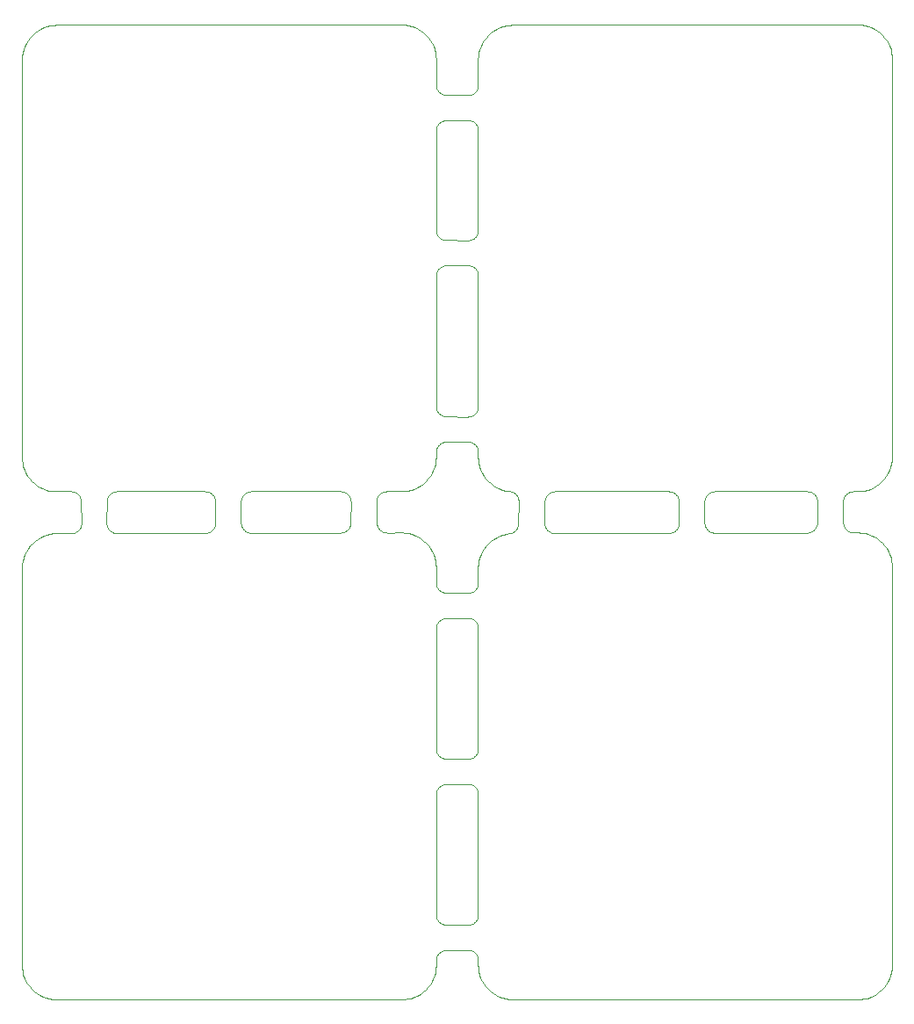
<source format=gko>
%MOIN*%
%OFA0B0*%
%FSLAX36Y36*%
%IPPOS*%
%LPD*%
%ADD10C,0*%
D10*
X002672471Y002126151D02*
X002672471Y002126151D01*
X003022346Y002126145D01*
X003025454Y002126022D01*
X003028543Y002125654D01*
X003031594Y002125043D01*
X003034586Y002124193D01*
X003037502Y002123110D01*
X003040324Y002121800D01*
X003043033Y002120271D01*
X003045613Y002118533D01*
X003048048Y002116596D01*
X003050323Y002114474D01*
X003052422Y002112178D01*
X003054334Y002109724D01*
X003056046Y002107127D01*
X003057548Y002104402D01*
X003058830Y002101568D01*
X003059884Y002098641D01*
X003060704Y002095640D01*
X003061284Y002092584D01*
X003061621Y002089491D01*
X003061713Y002086382D01*
X003060932Y002008114D01*
X003060782Y002005050D01*
X003060394Y002002007D01*
X003059769Y001999003D01*
X003058913Y001996057D01*
X003057831Y001993186D01*
X003056527Y001990409D01*
X003055012Y001987741D01*
X003053294Y001985200D01*
X003051382Y001982800D01*
X003049290Y001980556D01*
X003047029Y001978482D01*
X003044614Y001976590D01*
X003042059Y001974892D01*
X003039379Y001973398D01*
X003036591Y001972118D01*
X003033712Y001971058D01*
X003030759Y001970226D01*
X003027751Y001969626D01*
X003024704Y001969262D01*
X003021639Y001969137D01*
X002672580Y001968471D01*
X002669488Y001968587D01*
X002666414Y001968945D01*
X002663378Y001969543D01*
X002660399Y001970378D01*
X002657494Y001971444D01*
X002654682Y001972736D01*
X002651981Y001974244D01*
X002649406Y001975959D01*
X002646973Y001977872D01*
X002644698Y001979969D01*
X002642595Y001982239D01*
X002640677Y001984667D01*
X002638956Y001987238D01*
X002637441Y001989936D01*
X002636144Y001992745D01*
X002635070Y001995647D01*
X002634228Y001998625D01*
X002633623Y002001659D01*
X002633257Y002004732D01*
X002633135Y002007824D01*
X002633100Y002086764D01*
X002633220Y002089854D01*
X002633582Y002092925D01*
X002634185Y002095958D01*
X002635023Y002098934D01*
X002636092Y002101835D01*
X002637386Y002104644D01*
X002638896Y002107342D01*
X002640613Y002109914D01*
X002642527Y002112343D01*
X002644626Y002114614D01*
X002646896Y002116713D01*
X002649324Y002118628D01*
X002651895Y002120346D01*
X002654592Y002121858D01*
X002657400Y002123153D01*
X002660301Y002124223D01*
X002663278Y002125063D01*
X002666310Y002125666D01*
X002669381Y002126030D01*
X002672471Y002126151D01*
X002065648Y002126162D02*
X002065648Y002126162D01*
X002496693Y002126154D01*
X002499779Y002126033D01*
X002502846Y002125670D01*
X002505876Y002125068D01*
X002508848Y002124231D01*
X002511746Y002123163D01*
X002514551Y002121871D01*
X002517247Y002120363D01*
X002519815Y002118648D01*
X002522242Y002116738D01*
X002524511Y002114643D01*
X002526610Y002112377D01*
X002528524Y002109953D01*
X002530242Y002107386D01*
X002531753Y002104693D01*
X002533049Y002101890D01*
X002534122Y002098993D01*
X002534963Y002096022D01*
X002535570Y002092994D01*
X002535937Y002089927D01*
X002536063Y002086841D01*
X002536178Y002007563D01*
X002536061Y002004475D01*
X002535702Y002001405D01*
X002535104Y001998373D01*
X002534270Y001995397D01*
X002533205Y001992496D01*
X002531915Y001989688D01*
X002530409Y001986989D01*
X002528697Y001984417D01*
X002526787Y001981986D01*
X002524693Y001979714D01*
X002522428Y001977612D01*
X002520004Y001975694D01*
X002517437Y001973973D01*
X002514744Y001972458D01*
X002511939Y001971159D01*
X002509042Y001970085D01*
X002506069Y001969240D01*
X002503039Y001968632D01*
X002499971Y001968263D01*
X002496883Y001968136D01*
X002064714Y001967311D01*
X002061597Y001967428D01*
X002058498Y001967793D01*
X002055438Y001968401D01*
X002052436Y001969250D01*
X002049511Y001970333D01*
X002046680Y001971646D01*
X002043962Y001973178D01*
X002041374Y001974920D01*
X002038933Y001976862D01*
X002036652Y001978991D01*
X002034548Y001981294D01*
X002032632Y001983756D01*
X002030917Y001986363D01*
X002029414Y001989097D01*
X002028133Y001991941D01*
X002027080Y001994878D01*
X002026263Y001997889D01*
X002025688Y002000955D01*
X002025357Y002004058D01*
X002025272Y002007176D01*
X002026280Y002087287D01*
X002026438Y002090350D01*
X002026834Y002093391D01*
X002027466Y002096392D01*
X002028329Y002099334D01*
X002029418Y002102201D01*
X002030727Y002104974D01*
X002032248Y002107637D01*
X002033972Y002110173D01*
X002035888Y002112568D01*
X002037985Y002114806D01*
X002040249Y002116874D01*
X002042667Y002118759D01*
X002045225Y002120451D01*
X002047907Y002121938D01*
X002050696Y002123212D01*
X002053576Y002124266D01*
X002056530Y002125092D01*
X002059538Y002125685D01*
X002062584Y002126043D01*
X002065648Y002126162D01*
X000912311Y001968417D02*
X000912311Y001968417D01*
X000909218Y001968533D01*
X000906143Y001968892D01*
X000903106Y001969491D01*
X000900126Y001970326D01*
X000897220Y001971393D01*
X000894407Y001972685D01*
X000891705Y001974195D01*
X000889129Y001975911D01*
X000886696Y001977825D01*
X000884421Y001979924D01*
X000882318Y001982196D01*
X000880400Y001984625D01*
X000878679Y001987198D01*
X000877165Y001989898D01*
X000875868Y001992708D01*
X000874796Y001995612D01*
X000873955Y001998591D01*
X000873351Y002001627D01*
X000872987Y002004701D01*
X000872866Y002007794D01*
X000872879Y002086788D01*
X000873001Y002089876D01*
X000873365Y002092946D01*
X000873968Y002095978D01*
X000874807Y002098952D01*
X000875878Y002101852D01*
X000877172Y002104659D01*
X000878683Y002107356D01*
X000880400Y002109926D01*
X000882314Y002112353D01*
X000884413Y002114623D01*
X000886683Y002116721D01*
X000889110Y002118634D01*
X000891680Y002120351D01*
X000894378Y002121861D01*
X000897185Y002123155D01*
X000900085Y002124225D01*
X000903060Y002125064D01*
X000906091Y002125667D01*
X000909161Y002126030D01*
X000912250Y002126151D01*
X001250693Y002126145D01*
X001253800Y002126022D01*
X001256887Y002125655D01*
X001259936Y002125045D01*
X001262927Y002124196D01*
X001265842Y002123114D01*
X001268662Y002121805D01*
X001271370Y002120278D01*
X001273950Y002118541D01*
X001276384Y002116607D01*
X001278658Y002114486D01*
X001280758Y002112193D01*
X001282670Y002109741D01*
X001284382Y002107146D01*
X001285885Y002104424D01*
X001287168Y002101592D01*
X001288223Y002098667D01*
X001289045Y002095668D01*
X001289627Y002092614D01*
X001289966Y002089523D01*
X001290061Y002086416D01*
X001289345Y002008072D01*
X001289197Y002005006D01*
X001288811Y002001961D01*
X001288189Y001998955D01*
X001287334Y001996007D01*
X001286253Y001993134D01*
X001284951Y001990354D01*
X001283436Y001987685D01*
X001281718Y001985141D01*
X001279807Y001982739D01*
X001277715Y001980493D01*
X001275454Y001978417D01*
X001273038Y001976523D01*
X001270482Y001974823D01*
X001267801Y001973328D01*
X001265012Y001972046D01*
X001262131Y001970985D01*
X001259177Y001970152D01*
X001256167Y001969552D01*
X001253119Y001969188D01*
X001250052Y001969062D01*
X000912311Y001968417D01*
X000402035Y001967444D02*
X000402035Y001967444D01*
X000398920Y001967561D01*
X000395825Y001967924D01*
X000392768Y001968532D01*
X000389769Y001969379D01*
X000386846Y001970460D01*
X000384018Y001971770D01*
X000381302Y001973299D01*
X000378716Y001975038D01*
X000376275Y001976976D01*
X000373995Y001979101D01*
X000371891Y001981400D01*
X000369975Y001983858D01*
X000368259Y001986460D01*
X000366755Y001989189D01*
X000365471Y001992029D01*
X000364416Y001994962D01*
X000363596Y001997968D01*
X000363017Y002001031D01*
X000362681Y002004129D01*
X000362592Y002007245D01*
X000363467Y002087221D01*
X000363621Y002090287D01*
X000364012Y002093332D01*
X000364640Y002096337D01*
X000365500Y002099284D01*
X000366587Y002102155D01*
X000367894Y002104933D01*
X000369414Y002107600D01*
X000371137Y002110141D01*
X000373052Y002112539D01*
X000375149Y002114782D01*
X000377414Y002116854D01*
X000379834Y002118743D01*
X000382393Y002120438D01*
X000385077Y002121928D01*
X000387869Y002123205D01*
X000390752Y002124260D01*
X000393708Y002125088D01*
X000396719Y002125683D01*
X000399768Y002126041D01*
X000402836Y002126161D01*
X000736473Y002126155D01*
X000739558Y002126034D01*
X000742624Y002125671D01*
X000745652Y002125070D01*
X000748623Y002124233D01*
X000751520Y002123165D01*
X000754325Y002121874D01*
X000757019Y002120368D01*
X000759588Y002118654D01*
X000762014Y002116745D01*
X000764283Y002114652D01*
X000766381Y002112387D01*
X000768295Y002109965D01*
X000770013Y002107400D01*
X000771526Y002104708D01*
X000772822Y002101907D01*
X000773895Y002099012D01*
X000774738Y002096042D01*
X000775346Y002093015D01*
X000775715Y002089950D01*
X000775842Y002086865D01*
X000776005Y002007533D01*
X000775890Y002004444D01*
X000775533Y002001373D01*
X000774936Y001998339D01*
X000774103Y001995362D01*
X000773039Y001992459D01*
X000771750Y001989649D01*
X000770245Y001986949D01*
X000768532Y001984375D01*
X000766623Y001981943D01*
X000764529Y001979669D01*
X000762263Y001977566D01*
X000759839Y001975647D01*
X000757272Y001973924D01*
X000754577Y001972408D01*
X000751772Y001971108D01*
X000748874Y001970033D01*
X000745900Y001969188D01*
X000742869Y001968579D01*
X000739799Y001968210D01*
X000736710Y001968082D01*
X000402035Y001967444D01*
X001613441Y000345696D02*
X001613441Y000345696D01*
X001613561Y000348766D01*
X001613920Y000351817D01*
X001614515Y000354831D01*
X001615344Y000357789D01*
X001616401Y000360673D01*
X001617680Y000363467D01*
X001619172Y000366152D01*
X001620870Y000368712D01*
X001622761Y000371133D01*
X001624836Y000373398D01*
X001627081Y000375495D01*
X001629483Y000377411D01*
X001632027Y000379133D01*
X001634697Y000380652D01*
X001637478Y000381958D01*
X001640352Y000383043D01*
X001643302Y000383900D01*
X001646310Y000384525D01*
X001649357Y000384914D01*
X001652425Y000385064D01*
X001733492Y000385857D01*
X001736601Y000385765D01*
X001739693Y000385427D01*
X001742749Y000384847D01*
X001745750Y000384026D01*
X001748676Y000382972D01*
X001751510Y000381690D01*
X001754234Y000380188D01*
X001756831Y000378476D01*
X001759285Y000376564D01*
X001761580Y000374464D01*
X001763702Y000372189D01*
X001765638Y000369755D01*
X001767375Y000367175D01*
X001768904Y000364465D01*
X001770214Y000361644D01*
X001771297Y000358728D01*
X001772146Y000355736D01*
X001772757Y000352686D01*
X001773125Y000349597D01*
X001773247Y000346489D01*
X001773247Y000329507D01*
X001773870Y000316676D01*
X001775733Y000303964D01*
X001778817Y000291494D01*
X001783096Y000279380D01*
X001788527Y000267738D01*
X001795060Y000256676D01*
X001802633Y000246299D01*
X001811176Y000236704D01*
X001820608Y000227981D01*
X001830840Y000220213D01*
X001841777Y000213473D01*
X001853315Y000207823D01*
X001865346Y000203318D01*
X001877756Y000199998D01*
X001890430Y000197896D01*
X001903248Y000197031D01*
X003213248Y000197007D01*
X003226079Y000197630D01*
X003238790Y000199493D01*
X003251261Y000202578D01*
X003263375Y000206856D01*
X003275017Y000212287D01*
X003286079Y000218820D01*
X003296456Y000226393D01*
X003306051Y000234936D01*
X003314773Y000244368D01*
X003322542Y000254601D01*
X003329282Y000265537D01*
X003334932Y000277075D01*
X003339437Y000289106D01*
X003342757Y000301516D01*
X003344859Y000314191D01*
X003345724Y000327008D01*
X003345748Y001837007D01*
X003345125Y001849839D01*
X003343262Y001862551D01*
X003340177Y001875022D01*
X003335899Y001887135D01*
X003330468Y001898777D01*
X003323935Y001909839D01*
X003316362Y001920216D01*
X003307818Y001929811D01*
X003298387Y001938534D01*
X003288154Y001946302D01*
X003277218Y001953042D01*
X003265680Y001958692D01*
X003253649Y001963198D01*
X003241238Y001966517D01*
X003228564Y001968619D01*
X003215748Y001969507D01*
X003199130Y001969476D01*
X003196060Y001969590D01*
X003193009Y001969943D01*
X003189995Y001970532D01*
X003187035Y001971355D01*
X003184149Y001972406D01*
X003181353Y001973679D01*
X003178666Y001975167D01*
X003176102Y001976859D01*
X003173678Y001978745D01*
X003171409Y001980815D01*
X003169308Y001983056D01*
X003167388Y001985454D01*
X003165660Y001987994D01*
X003164136Y001990661D01*
X003162825Y001993438D01*
X003161734Y001996310D01*
X003160870Y001999257D01*
X003160239Y002002264D01*
X003159844Y002005310D01*
X003159688Y002008377D01*
X003158761Y002086303D01*
X003158847Y002089417D01*
X003159179Y002092514D01*
X003159755Y002095575D01*
X003160571Y002098581D01*
X003161622Y002101513D01*
X003162901Y002104352D01*
X003164401Y002107082D01*
X003166113Y002109685D01*
X003168024Y002112144D01*
X003170124Y002114444D01*
X003172400Y002116572D01*
X003174836Y002118512D01*
X003177418Y002120254D01*
X003180130Y002121787D01*
X003182954Y002123100D01*
X003185873Y002124186D01*
X003188869Y002125037D01*
X003191923Y002125649D01*
X003195016Y002126018D01*
X003198129Y002126141D01*
X003213248Y002126141D01*
X003226079Y002126764D01*
X003238790Y002128627D01*
X003251261Y002131712D01*
X003263375Y002135990D01*
X003275017Y002141421D01*
X003286079Y002147954D01*
X003296456Y002155527D01*
X003306051Y002164070D01*
X003314773Y002173502D01*
X003322542Y002183735D01*
X003329282Y002194671D01*
X003334932Y002206209D01*
X003339437Y002218240D01*
X003342757Y002230650D01*
X003344859Y002243324D01*
X003345724Y002256142D01*
X003345748Y003766141D01*
X003345125Y003778973D01*
X003343262Y003791685D01*
X003340177Y003804155D01*
X003335899Y003816269D01*
X003330468Y003827911D01*
X003323935Y003838973D01*
X003316362Y003849350D01*
X003307818Y003858945D01*
X003298387Y003867668D01*
X003288154Y003875436D01*
X003277218Y003882176D01*
X003265680Y003887826D01*
X003253649Y003892331D01*
X003241238Y003895651D01*
X003228564Y003897753D01*
X003215748Y003898641D01*
X001905747Y003896141D01*
X001892916Y003895519D01*
X001880204Y003893656D01*
X001867733Y003890571D01*
X001855620Y003886293D01*
X001843978Y003880862D01*
X001832916Y003874329D01*
X001822538Y003866756D01*
X001812944Y003858213D01*
X001804221Y003848781D01*
X001796453Y003838548D01*
X001789713Y003827612D01*
X001784063Y003816074D01*
X001779557Y003804043D01*
X001776238Y003791633D01*
X001774136Y003778959D01*
X001773271Y003766141D01*
X001773269Y003669238D01*
X001773146Y003666129D01*
X001772778Y003663039D01*
X001772167Y003659989D01*
X001771317Y003656995D01*
X001770234Y003654079D01*
X001768923Y003651257D01*
X001767393Y003648547D01*
X001765655Y003645967D01*
X001763718Y003643532D01*
X001761595Y003641257D01*
X001759299Y003639158D01*
X001756844Y003637246D01*
X001754246Y003635534D01*
X001751520Y003634032D01*
X001748685Y003632751D01*
X001745758Y003631697D01*
X001742756Y003630878D01*
X001739699Y003630298D01*
X001736606Y003629962D01*
X001733496Y003629871D01*
X001652429Y003630702D01*
X001649362Y003630853D01*
X001646315Y003631243D01*
X001643309Y003631869D01*
X001640360Y003632728D01*
X001637487Y003633814D01*
X001634708Y003635120D01*
X001632038Y003636639D01*
X001629496Y003638362D01*
X001627095Y003640278D01*
X001624851Y003642374D01*
X001622778Y003644640D01*
X001620887Y003647060D01*
X001619190Y003649620D01*
X001617699Y003652305D01*
X001616421Y003655097D01*
X001615365Y003657981D01*
X001614536Y003660939D01*
X001613941Y003663951D01*
X001613582Y003667002D01*
X001613463Y003670071D01*
X001613464Y003766141D01*
X001612841Y003778973D01*
X001610979Y003791685D01*
X001607893Y003804155D01*
X001603616Y003816269D01*
X001598185Y003827911D01*
X001591652Y003838973D01*
X001584078Y003849350D01*
X001575535Y003858945D01*
X001566103Y003867668D01*
X001555871Y003875436D01*
X001544934Y003882176D01*
X001533396Y003887826D01*
X001521366Y003892331D01*
X001508955Y003895651D01*
X001496281Y003897753D01*
X001483464Y003898641D01*
X000173464Y003896141D01*
X000160632Y003895519D01*
X000147921Y003893656D01*
X000135450Y003890571D01*
X000123336Y003886293D01*
X000111694Y003880862D01*
X000100632Y003874329D01*
X000090255Y003866756D01*
X000080660Y003858213D01*
X000071938Y003848781D01*
X000064170Y003838548D01*
X000057429Y003827612D01*
X000051779Y003816074D01*
X000047274Y003804043D01*
X000043954Y003791633D01*
X000041852Y003778959D01*
X000040987Y003766141D01*
X000040964Y002258641D01*
X000041587Y002245810D01*
X000043449Y002233098D01*
X000046534Y002220628D01*
X000050812Y002208514D01*
X000056243Y002196872D01*
X000062776Y002185810D01*
X000070349Y002175432D01*
X000078893Y002165838D01*
X000088325Y002157115D01*
X000098557Y002149347D01*
X000109494Y002142607D01*
X000121031Y002136957D01*
X000133062Y002132452D01*
X000145473Y002129132D01*
X000158147Y002127030D01*
X000170964Y002126165D01*
X000227087Y002126164D01*
X000230151Y002126044D01*
X000233196Y002125687D01*
X000236204Y002125094D01*
X000239157Y002124268D01*
X000242037Y002123215D01*
X000244826Y002121941D01*
X000247507Y002120454D01*
X000250065Y002118763D01*
X000252483Y002116878D01*
X000254747Y002114810D01*
X000256843Y002112573D01*
X000258759Y002110179D01*
X000260483Y002107643D01*
X000262004Y002104981D01*
X000263314Y002102209D01*
X000264403Y002099343D01*
X000265267Y002096401D01*
X000265898Y002093400D01*
X000266295Y002090360D01*
X000266454Y002087298D01*
X000267482Y002006986D01*
X000267399Y002003875D01*
X000267070Y002000779D01*
X000266498Y001997720D01*
X000265686Y001994715D01*
X000264639Y001991783D01*
X000263363Y001988944D01*
X000261868Y001986214D01*
X000260161Y001983611D01*
X000258254Y001981151D01*
X000256159Y001978849D01*
X000253888Y001976720D01*
X000251456Y001974777D01*
X000248878Y001973032D01*
X000246171Y001971496D01*
X000243350Y001970179D01*
X000240435Y001969089D01*
X000237442Y001968232D01*
X000234391Y001967615D01*
X000231301Y001967241D01*
X000228191Y001967112D01*
X000173464Y001967007D01*
X000160632Y001966385D01*
X000147921Y001964522D01*
X000135450Y001961437D01*
X000123336Y001957159D01*
X000111694Y001951728D01*
X000100632Y001945195D01*
X000090255Y001937622D01*
X000080660Y001929079D01*
X000071938Y001919647D01*
X000064170Y001909415D01*
X000057429Y001898478D01*
X000051779Y001886940D01*
X000047274Y001874909D01*
X000043954Y001862499D01*
X000041852Y001849825D01*
X000040987Y001837007D01*
X000040964Y000329507D01*
X000041587Y000316676D01*
X000043449Y000303964D01*
X000046534Y000291494D01*
X000050812Y000279380D01*
X000056243Y000267738D01*
X000062776Y000256676D01*
X000070349Y000246299D01*
X000078893Y000236704D01*
X000088325Y000227981D01*
X000098557Y000220213D01*
X000109494Y000213473D01*
X000121031Y000207823D01*
X000133062Y000203318D01*
X000145473Y000199998D01*
X000158147Y000197896D01*
X000170964Y000197031D01*
X001480964Y000197007D01*
X001493796Y000197630D01*
X001506507Y000199493D01*
X001518978Y000202578D01*
X001531092Y000206856D01*
X001542734Y000212287D01*
X001553796Y000218820D01*
X001564173Y000226393D01*
X001573768Y000234936D01*
X001582490Y000244368D01*
X001590258Y000254601D01*
X001596998Y000265537D01*
X001602648Y000277075D01*
X001607154Y000289106D01*
X001610473Y000301516D01*
X001612575Y000314191D01*
X001613440Y000327008D01*
X001613441Y000345696D01*
X001613451Y000975609D02*
X001613451Y000975609D01*
X001613570Y000978678D01*
X001613929Y000981729D01*
X001614525Y000984742D01*
X001615353Y000987700D01*
X001616410Y000990584D01*
X001617688Y000993377D01*
X001619181Y000996061D01*
X001620877Y000998622D01*
X001622769Y001001042D01*
X001624843Y001003307D01*
X001627088Y001005404D01*
X001629489Y001007320D01*
X001632032Y001009042D01*
X001634702Y001010561D01*
X001637482Y001011867D01*
X001640355Y001012953D01*
X001643305Y001013811D01*
X001646312Y001014436D01*
X001649359Y001014826D01*
X001652427Y001014976D01*
X001733493Y001015788D01*
X001736603Y001015696D01*
X001739695Y001015359D01*
X001742752Y001014779D01*
X001745753Y001013959D01*
X001748680Y001012905D01*
X001751515Y001011623D01*
X001754239Y001010121D01*
X001756837Y001008409D01*
X001759291Y001006497D01*
X001761587Y001004397D01*
X001763709Y001002123D01*
X001765646Y000999688D01*
X001767384Y000997108D01*
X001768913Y000994398D01*
X001770223Y000991577D01*
X001771306Y000988660D01*
X001772156Y000985667D01*
X001772766Y000982617D01*
X001773134Y000979528D01*
X001773257Y000976419D01*
X001773250Y000519650D01*
X001773127Y000516541D01*
X001772759Y000513453D01*
X001772149Y000510403D01*
X001771299Y000507410D01*
X001770216Y000504494D01*
X001768906Y000501673D01*
X001767377Y000498964D01*
X001765640Y000496384D01*
X001763704Y000493949D01*
X001761582Y000491675D01*
X001759287Y000489575D01*
X001756833Y000487663D01*
X001754236Y000485951D01*
X001751512Y000484449D01*
X001748678Y000483167D01*
X001745751Y000482113D01*
X001742751Y000481293D01*
X001739695Y000480712D01*
X001736603Y000480374D01*
X001733493Y000480282D01*
X001652427Y000481078D01*
X001649359Y000481228D01*
X001646311Y000481617D01*
X001643304Y000482242D01*
X001640354Y000483100D01*
X001637480Y000484185D01*
X001634699Y000485491D01*
X001632029Y000487010D01*
X001629485Y000488732D01*
X001627083Y000490648D01*
X001624838Y000492745D01*
X001622763Y000495010D01*
X001620872Y000497431D01*
X001619174Y000499991D01*
X001617682Y000502676D01*
X001616403Y000505470D01*
X001615346Y000508354D01*
X001614518Y000511312D01*
X001613922Y000514326D01*
X001613563Y000517377D01*
X001613443Y000520447D01*
X001613451Y000975609D01*
X001613461Y001605521D02*
X001613461Y001605521D01*
X001613580Y001608590D01*
X001613939Y001611640D01*
X001614534Y001614653D01*
X001615363Y001617610D01*
X001616419Y001620494D01*
X001617697Y001623287D01*
X001619189Y001625971D01*
X001620885Y001628531D01*
X001622776Y001630951D01*
X001624850Y001633217D01*
X001627094Y001635313D01*
X001629494Y001637229D01*
X001632037Y001638951D01*
X001634706Y001640470D01*
X001637486Y001641777D01*
X001640358Y001642863D01*
X001643307Y001643721D01*
X001646314Y001644347D01*
X001649360Y001644737D01*
X001652428Y001644888D01*
X001733494Y001645718D01*
X001736604Y001645627D01*
X001739698Y001645291D01*
X001742755Y001644711D01*
X001745756Y001643892D01*
X001748684Y001642838D01*
X001751519Y001641556D01*
X001754244Y001640055D01*
X001756842Y001638343D01*
X001759297Y001636431D01*
X001761593Y001634331D01*
X001763716Y001632056D01*
X001765653Y001629621D01*
X001767392Y001627041D01*
X001768921Y001624331D01*
X001770232Y001621509D01*
X001771315Y001618592D01*
X001772165Y001615599D01*
X001772776Y001612548D01*
X001773144Y001609459D01*
X001773267Y001606350D01*
X001773260Y001149562D01*
X001773137Y001146453D01*
X001772769Y001143364D01*
X001772158Y001140313D01*
X001771308Y001137321D01*
X001770225Y001134404D01*
X001768915Y001131583D01*
X001767386Y001128873D01*
X001765648Y001126293D01*
X001763711Y001123858D01*
X001761588Y001121584D01*
X001759293Y001119484D01*
X001756839Y001117572D01*
X001754241Y001115860D01*
X001751516Y001114358D01*
X001748682Y001113077D01*
X001745755Y001112023D01*
X001742753Y001111203D01*
X001739697Y001110623D01*
X001736604Y001110286D01*
X001733495Y001110194D01*
X001652428Y001111008D01*
X001649360Y001111159D01*
X001646313Y001111548D01*
X001643306Y001112174D01*
X001640357Y001113032D01*
X001637483Y001114118D01*
X001634703Y001115424D01*
X001632034Y001116943D01*
X001629491Y001118666D01*
X001627089Y001120581D01*
X001624845Y001122678D01*
X001622771Y001124943D01*
X001620879Y001127364D01*
X001619183Y001129924D01*
X001617691Y001132609D01*
X001616412Y001135402D01*
X001615356Y001138286D01*
X001614527Y001141244D01*
X001613932Y001144257D01*
X001613573Y001147308D01*
X001613453Y001150377D01*
X001613461Y001605521D01*
X001613441Y002274830D02*
X001613441Y002274830D01*
X001613561Y002277900D01*
X001613920Y002280951D01*
X001614515Y002283965D01*
X001615344Y002286923D01*
X001616401Y002289807D01*
X001617680Y002292601D01*
X001619172Y002295286D01*
X001620870Y002297846D01*
X001622761Y002300267D01*
X001624836Y002302532D01*
X001627081Y002304629D01*
X001629483Y002306544D01*
X001632027Y002308267D01*
X001634697Y002309785D01*
X001637478Y002311091D01*
X001640352Y002312176D01*
X001643302Y002313034D01*
X001646310Y002313659D01*
X001649357Y002314048D01*
X001652425Y002314198D01*
X001733492Y002314991D01*
X001736601Y002314899D01*
X001739693Y002314561D01*
X001742749Y002313980D01*
X001745750Y002313160D01*
X001748676Y002312106D01*
X001751510Y002310824D01*
X001754234Y002309322D01*
X001756831Y002307609D01*
X001759285Y002305697D01*
X001761580Y002303598D01*
X001763702Y002301323D01*
X001765638Y002298888D01*
X001767375Y002296308D01*
X001768904Y002293599D01*
X001770214Y002290778D01*
X001771297Y002287862D01*
X001772146Y002284870D01*
X001772757Y002281819D01*
X001773125Y002278731D01*
X001773247Y002275622D01*
X001773247Y002258641D01*
X001773870Y002245810D01*
X001775733Y002233098D01*
X001778817Y002220628D01*
X001783096Y002208514D01*
X001788527Y002196872D01*
X001795060Y002185810D01*
X001802633Y002175432D01*
X001811176Y002165838D01*
X001820608Y002157115D01*
X001830840Y002149347D01*
X001841777Y002142607D01*
X001853315Y002136957D01*
X001865346Y002132452D01*
X001877756Y002129132D01*
X001890430Y002127030D01*
X001890660Y002127014D01*
X001893647Y002126698D01*
X001896601Y002126155D01*
X001899506Y002125388D01*
X001902343Y002124402D01*
X001905097Y002123202D01*
X001907751Y002121796D01*
X001910290Y002120192D01*
X001912700Y002118399D01*
X001914966Y002116427D01*
X001917075Y002114289D01*
X001919015Y002111995D01*
X001920775Y002109561D01*
X001922343Y002106999D01*
X001923712Y002104326D01*
X001924873Y002101556D01*
X001925820Y002098705D01*
X001926546Y002095790D01*
X001927048Y002092829D01*
X001927323Y002089838D01*
X001927369Y002086834D01*
X001925483Y002004281D01*
X001925323Y002001525D01*
X001924971Y001998788D01*
X001924427Y001996082D01*
X001923696Y001993420D01*
X001922780Y001990816D01*
X001921683Y001988283D01*
X001920412Y001985833D01*
X001918972Y001983479D01*
X001917371Y001981230D01*
X001915616Y001979100D01*
X001913716Y001977097D01*
X001911681Y001975233D01*
X001909520Y001973516D01*
X001907243Y001971955D01*
X001904864Y001970556D01*
X001902392Y001969328D01*
X001899840Y001968277D01*
X001897220Y001967406D01*
X001894546Y001966722D01*
X001891831Y001966226D01*
X001880204Y001964522D01*
X001867733Y001961437D01*
X001855620Y001957159D01*
X001843978Y001951728D01*
X001832916Y001945195D01*
X001822538Y001937622D01*
X001812944Y001929079D01*
X001804221Y001919647D01*
X001796453Y001909415D01*
X001789713Y001898478D01*
X001784063Y001886940D01*
X001779557Y001874909D01*
X001776238Y001862499D01*
X001774136Y001849825D01*
X001773271Y001837007D01*
X001773270Y001779474D01*
X001773147Y001776365D01*
X001772779Y001773275D01*
X001772168Y001770224D01*
X001771318Y001767231D01*
X001770234Y001764314D01*
X001768923Y001761492D01*
X001767394Y001758783D01*
X001765655Y001756202D01*
X001763718Y001753767D01*
X001761595Y001751493D01*
X001759299Y001749393D01*
X001756844Y001747481D01*
X001754246Y001745769D01*
X001751521Y001744268D01*
X001748685Y001742986D01*
X001745758Y001741932D01*
X001742756Y001741113D01*
X001739699Y001740534D01*
X001736606Y001740197D01*
X001733496Y001740106D01*
X001652429Y001740939D01*
X001649362Y001741090D01*
X001646315Y001741480D01*
X001643309Y001742106D01*
X001640360Y001742965D01*
X001637487Y001744051D01*
X001634708Y001745357D01*
X001632039Y001746876D01*
X001629496Y001748599D01*
X001627096Y001750514D01*
X001624852Y001752611D01*
X001622778Y001754877D01*
X001620887Y001757297D01*
X001619191Y001759857D01*
X001617699Y001762542D01*
X001616421Y001765334D01*
X001615365Y001768218D01*
X001614537Y001771175D01*
X001613942Y001774188D01*
X001613583Y001777238D01*
X001613463Y001780307D01*
X001613464Y001837007D01*
X001612841Y001849839D01*
X001610979Y001862551D01*
X001607893Y001875022D01*
X001603616Y001887135D01*
X001598185Y001898777D01*
X001591652Y001909839D01*
X001584078Y001920216D01*
X001575535Y001929811D01*
X001566103Y001938534D01*
X001555871Y001946302D01*
X001544934Y001953042D01*
X001533396Y001958692D01*
X001521366Y001963198D01*
X001508955Y001966517D01*
X001496281Y001968619D01*
X001483464Y001969507D01*
X001427411Y001969400D01*
X001424339Y001969515D01*
X001421286Y001969868D01*
X001418270Y001970458D01*
X001415309Y001971282D01*
X001412422Y001972334D01*
X001409625Y001973609D01*
X001406936Y001975097D01*
X001404372Y001976791D01*
X001401947Y001978680D01*
X001399677Y001980752D01*
X001397576Y001982995D01*
X001395656Y001985395D01*
X001393929Y001987937D01*
X001392406Y001990606D01*
X001391096Y001993386D01*
X001390006Y001996260D01*
X001389144Y001999210D01*
X001388514Y002002218D01*
X001388122Y002005266D01*
X001387968Y002008336D01*
X001387106Y002086337D01*
X001387195Y002089449D01*
X001387529Y002092544D01*
X001388107Y002095603D01*
X001388925Y002098607D01*
X001389977Y002101537D01*
X001391258Y002104374D01*
X001392759Y002107102D01*
X001394470Y002109702D01*
X001396382Y002112159D01*
X001398482Y002114457D01*
X001400757Y002116582D01*
X001403192Y002118521D01*
X001405774Y002120261D01*
X001408484Y002121792D01*
X001411308Y002123104D01*
X001414226Y002124188D01*
X001417220Y002125039D01*
X001420273Y002125651D01*
X001423364Y002126019D01*
X001426474Y002126142D01*
X001480964Y002126141D01*
X001493796Y002126764D01*
X001506507Y002128627D01*
X001518978Y002131712D01*
X001531092Y002135990D01*
X001542734Y002141421D01*
X001553796Y002147954D01*
X001564173Y002155527D01*
X001573768Y002164070D01*
X001582490Y002173502D01*
X001590258Y002183735D01*
X001596998Y002194671D01*
X001602648Y002206209D01*
X001607154Y002218240D01*
X001610473Y002230650D01*
X001612575Y002243324D01*
X001613440Y002256142D01*
X001613441Y002274830D01*
X001773250Y002448783D02*
X001773250Y002448783D01*
X001773127Y002445675D01*
X001772759Y002442586D01*
X001772149Y002439536D01*
X001771299Y002436544D01*
X001770216Y002433628D01*
X001768906Y002430807D01*
X001767377Y002428098D01*
X001765640Y002425518D01*
X001763704Y002423083D01*
X001761582Y002420809D01*
X001759287Y002418709D01*
X001756833Y002416797D01*
X001754236Y002415085D01*
X001751512Y002413583D01*
X001748678Y002412301D01*
X001745751Y002411246D01*
X001742751Y002410426D01*
X001739695Y002409846D01*
X001736603Y002409508D01*
X001733493Y002409416D01*
X001652427Y002410212D01*
X001649359Y002410362D01*
X001646311Y002410751D01*
X001643304Y002411376D01*
X001640354Y002412234D01*
X001637480Y002413319D01*
X001634699Y002414625D01*
X001632029Y002416144D01*
X001629485Y002417866D01*
X001627083Y002419781D01*
X001624838Y002421878D01*
X001622763Y002424144D01*
X001620872Y002426564D01*
X001619174Y002429125D01*
X001617682Y002431810D01*
X001616403Y002434604D01*
X001615346Y002437488D01*
X001614518Y002440446D01*
X001613922Y002443460D01*
X001613563Y002446511D01*
X001613443Y002449581D01*
X001613451Y002944112D01*
X001613571Y002947181D01*
X001613930Y002950232D01*
X001614525Y002953245D01*
X001615354Y002956203D01*
X001616411Y002959087D01*
X001617689Y002961880D01*
X001619181Y002964565D01*
X001620878Y002967125D01*
X001622769Y002969545D01*
X001624843Y002971811D01*
X001627088Y002973907D01*
X001629489Y002975823D01*
X001632032Y002977545D01*
X001634702Y002979064D01*
X001637482Y002980370D01*
X001640355Y002981456D01*
X001643305Y002982314D01*
X001646312Y002982940D01*
X001649359Y002983329D01*
X001652427Y002983480D01*
X001733493Y002984292D01*
X001736603Y002984201D01*
X001739696Y002983864D01*
X001742752Y002983283D01*
X001745753Y002982464D01*
X001748680Y002981410D01*
X001751515Y002980128D01*
X001754240Y002978626D01*
X001756837Y002976914D01*
X001759291Y002975002D01*
X001761587Y002972902D01*
X001763710Y002970628D01*
X001765646Y002968193D01*
X001767384Y002965612D01*
X001768913Y002962903D01*
X001770223Y002960081D01*
X001771307Y002957165D01*
X001772156Y002954172D01*
X001772767Y002951121D01*
X001773135Y002948032D01*
X001773258Y002944924D01*
X001773250Y002448783D01*
X001613460Y003495285D02*
X001613460Y003495285D01*
X001613580Y003498354D01*
X001613938Y003501404D01*
X001614534Y003504417D01*
X001615362Y003507375D01*
X001616419Y003510258D01*
X001617697Y003513051D01*
X001619188Y003515736D01*
X001620885Y003518296D01*
X001622776Y003520716D01*
X001624849Y003522981D01*
X001627093Y003525078D01*
X001629494Y003526993D01*
X001632037Y003528716D01*
X001634706Y003530235D01*
X001637485Y003531541D01*
X001640358Y003532627D01*
X001643307Y003533486D01*
X001646314Y003534112D01*
X001649360Y003534502D01*
X001652428Y003534653D01*
X001733494Y003535481D01*
X001736604Y003535390D01*
X001739697Y003535054D01*
X001742754Y003534474D01*
X001745756Y003533655D01*
X001748684Y003532601D01*
X001751519Y003531319D01*
X001754244Y003529818D01*
X001756842Y003528106D01*
X001759297Y003526194D01*
X001761593Y003524094D01*
X001763716Y003521819D01*
X001765653Y003519384D01*
X001767391Y003516804D01*
X001768921Y003514094D01*
X001770231Y003511272D01*
X001771315Y003508355D01*
X001772165Y003505362D01*
X001772776Y003502311D01*
X001773144Y003499222D01*
X001773267Y003496113D01*
X001773261Y003118065D01*
X001773138Y003114956D01*
X001772770Y003111867D01*
X001772159Y003108817D01*
X001771309Y003105824D01*
X001770226Y003102908D01*
X001768915Y003100086D01*
X001767386Y003097376D01*
X001765648Y003094796D01*
X001763712Y003092361D01*
X001761589Y003090087D01*
X001759293Y003087987D01*
X001756839Y003086075D01*
X001754241Y003084363D01*
X001751517Y003082862D01*
X001748682Y003081580D01*
X001745755Y003080526D01*
X001742754Y003079706D01*
X001739697Y003079126D01*
X001736604Y003078789D01*
X001733495Y003078698D01*
X001652428Y003079513D01*
X001649360Y003079664D01*
X001646313Y003080053D01*
X001643306Y003080679D01*
X001640357Y003081537D01*
X001637484Y003082622D01*
X001634704Y003083929D01*
X001632034Y003085448D01*
X001629491Y003087170D01*
X001627090Y003089086D01*
X001624845Y003091183D01*
X001622771Y003093448D01*
X001620880Y003095868D01*
X001619183Y003098429D01*
X001617691Y003101114D01*
X001616413Y003103907D01*
X001615356Y003106791D01*
X001614528Y003109748D01*
X001613932Y003112762D01*
X001613574Y003115812D01*
X001613454Y003118882D01*
X001613460Y003495285D01*
M02*
</source>
